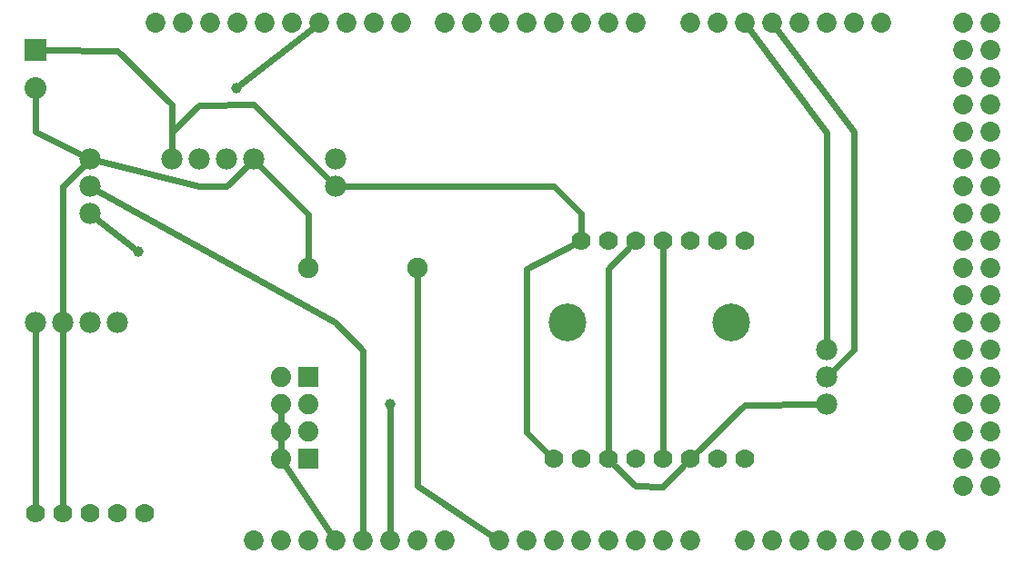
<source format=gbl>
G04 MADE WITH FRITZING*
G04 WWW.FRITZING.ORG*
G04 DOUBLE SIDED*
G04 HOLES PLATED*
G04 CONTOUR ON CENTER OF CONTOUR VECTOR*
%ASAXBY*%
%FSLAX23Y23*%
%MOIN*%
%OFA0B0*%
%SFA1.0B1.0*%
%ADD10C,0.039370*%
%ADD11C,0.078000*%
%ADD12C,0.080000*%
%ADD13C,0.075000*%
%ADD14C,0.072917*%
%ADD15C,0.070000*%
%ADD16C,0.074472*%
%ADD17C,0.138425*%
%ADD18R,0.080000X0.080000*%
%ADD19R,0.074108X0.074472*%
%ADD20C,0.024000*%
%LNCOPPER0*%
G90*
G70*
G54D10*
X1044Y1763D03*
X684Y1163D03*
X1608Y602D03*
G54D11*
X608Y902D03*
X508Y902D03*
X408Y902D03*
X308Y902D03*
X508Y1502D03*
X508Y1402D03*
X508Y1302D03*
X808Y1502D03*
X908Y1502D03*
X1008Y1502D03*
X1108Y1502D03*
G54D12*
X308Y1902D03*
X308Y1764D03*
G54D11*
X1408Y1502D03*
X1408Y1402D03*
X3208Y602D03*
X3208Y702D03*
X3208Y802D03*
G54D13*
X1708Y1102D03*
X1308Y1102D03*
G54D14*
X3008Y102D03*
X1408Y102D03*
X3108Y102D03*
X3208Y102D03*
X3308Y102D03*
X3408Y102D03*
X3708Y1502D03*
X3508Y102D03*
X3608Y102D03*
X1448Y2002D03*
X2008Y102D03*
X2108Y102D03*
X2208Y102D03*
X2308Y102D03*
X3708Y702D03*
X2408Y102D03*
X2508Y102D03*
X2608Y102D03*
X2708Y102D03*
X2208Y2002D03*
X3708Y1902D03*
X3708Y1102D03*
X3708Y302D03*
X1048Y2002D03*
X1808Y102D03*
X1808Y2002D03*
X3708Y1702D03*
X3708Y1302D03*
X3708Y902D03*
X3408Y2002D03*
X3708Y502D03*
X3308Y2002D03*
X3208Y2002D03*
X3108Y2002D03*
X3008Y2002D03*
X2908Y2002D03*
X2808Y2002D03*
X2708Y2002D03*
X848Y2002D03*
X1248Y2002D03*
X1648Y2002D03*
X1208Y102D03*
X1608Y102D03*
X2408Y2002D03*
X2008Y2002D03*
X3708Y2002D03*
X3708Y1802D03*
X3708Y1602D03*
X3708Y1402D03*
X3708Y1202D03*
X3708Y1002D03*
X3708Y802D03*
X3708Y602D03*
X3708Y402D03*
X748Y2002D03*
X948Y2002D03*
X1148Y2002D03*
X1348Y2002D03*
X1548Y2002D03*
X1108Y102D03*
X1308Y102D03*
X1508Y102D03*
X1708Y102D03*
X2508Y2002D03*
X2308Y2002D03*
X2108Y2002D03*
X1908Y2002D03*
X3808Y2002D03*
X3808Y1902D03*
X3808Y1802D03*
X3808Y1702D03*
X3808Y1602D03*
X3808Y1502D03*
X3808Y1402D03*
X3808Y1302D03*
X3808Y1202D03*
X3808Y1102D03*
X3808Y1002D03*
X3808Y902D03*
X3808Y802D03*
X3808Y702D03*
X3808Y602D03*
X3808Y502D03*
X3808Y402D03*
X3808Y302D03*
X2908Y102D03*
G54D15*
X2308Y1202D03*
X2408Y1202D03*
X2508Y1202D03*
X2608Y1202D03*
X2708Y1202D03*
X2808Y1202D03*
X2908Y1202D03*
X308Y202D03*
X408Y202D03*
X508Y202D03*
X608Y202D03*
X708Y202D03*
G54D16*
X1308Y704D03*
X1208Y704D03*
X1308Y603D03*
X1208Y603D03*
X1308Y503D03*
X1208Y503D03*
X1308Y402D03*
X1208Y402D03*
G54D17*
X2858Y902D03*
G54D15*
X2208Y402D03*
X2308Y402D03*
X2408Y402D03*
X2508Y402D03*
X2608Y402D03*
X2708Y402D03*
X2808Y402D03*
X2908Y402D03*
G54D17*
X2258Y902D03*
G54D18*
X308Y1902D03*
G54D19*
X1308Y704D03*
X1308Y402D03*
G54D20*
X808Y1704D02*
X808Y1532D01*
D02*
X608Y1900D02*
X808Y1704D01*
D02*
X339Y1902D02*
X608Y1900D01*
D02*
X310Y1602D02*
X481Y1516D01*
D02*
X308Y1733D02*
X310Y1602D01*
D02*
X408Y1402D02*
X487Y1481D01*
D02*
X408Y932D02*
X408Y1402D01*
D02*
X408Y872D02*
X408Y233D01*
D02*
X308Y872D02*
X308Y233D01*
D02*
X1208Y471D02*
X1208Y433D01*
D02*
X1208Y572D02*
X1208Y534D01*
D02*
X1225Y376D02*
X1391Y127D01*
D02*
X1407Y903D02*
X1509Y801D01*
D02*
X1509Y801D02*
X1508Y132D01*
D02*
X534Y1387D02*
X1407Y903D01*
D02*
X2110Y500D02*
X2110Y1100D01*
D02*
X2110Y1100D02*
X2281Y1188D01*
D02*
X2186Y424D02*
X2110Y500D01*
D02*
X2310Y1304D02*
X2308Y1233D01*
D02*
X2208Y1402D02*
X2310Y1304D01*
D02*
X1438Y1402D02*
X2208Y1402D01*
D02*
X910Y1700D02*
X808Y1602D01*
D02*
X1108Y1703D02*
X910Y1700D01*
D02*
X808Y1602D02*
X808Y1532D01*
D02*
X1387Y1423D02*
X1108Y1703D01*
D02*
X2408Y1101D02*
X2486Y1180D01*
D02*
X2408Y433D02*
X2408Y1101D01*
D02*
X2608Y1171D02*
X2608Y433D01*
D02*
X2608Y300D02*
X2510Y304D01*
D02*
X2510Y304D02*
X2430Y381D01*
D02*
X2686Y380D02*
X2608Y300D01*
D02*
X2908Y600D02*
X2730Y424D01*
D02*
X3178Y602D02*
X2908Y600D01*
D02*
X3208Y1601D02*
X3208Y832D01*
D02*
X2926Y1978D02*
X3208Y1601D01*
D02*
X1310Y1300D02*
X1129Y1481D01*
D02*
X1308Y1131D02*
X1310Y1300D01*
D02*
X1008Y1402D02*
X1087Y1481D01*
D02*
X907Y1404D02*
X1008Y1402D01*
D02*
X537Y1495D02*
X907Y1404D01*
D02*
X1710Y304D02*
X1983Y119D01*
D02*
X1708Y1073D02*
X1710Y304D01*
D02*
X3026Y1978D02*
X3310Y1602D01*
D02*
X3310Y1602D02*
X3310Y802D01*
D02*
X3310Y802D02*
X3229Y723D01*
D02*
X1324Y1983D02*
X1059Y1775D01*
D02*
X669Y1175D02*
X532Y1283D01*
D02*
X1608Y583D02*
X1608Y132D01*
G04 End of Copper0*
M02*
</source>
